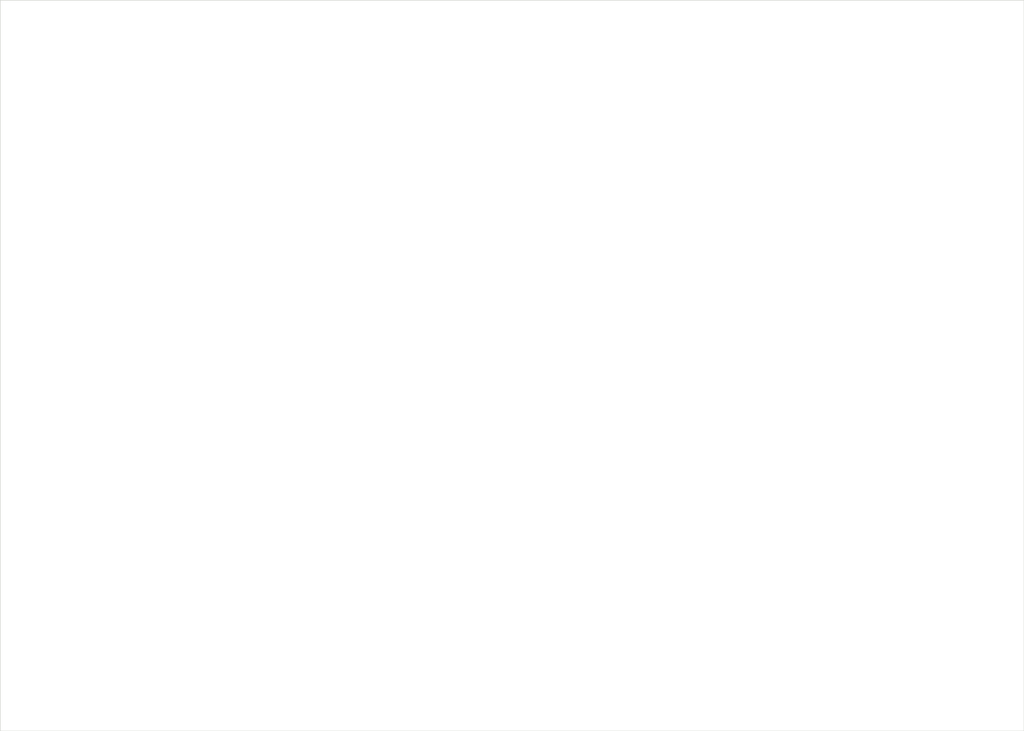
<source format=kicad_pcb>
(kicad_pcb (version 20171130) (host pcbnew "(5.1.0)-1")

  (general
    (thickness 1.6)
    (drawings 4)
    (tracks 0)
    (zones 0)
    (modules 0)
    (nets 1)
  )

  (page A4)
  (layers
    (0 F.Cu signal)
    (31 B.Cu signal)
    (32 B.Adhes user)
    (33 F.Adhes user)
    (34 B.Paste user)
    (35 F.Paste user)
    (36 B.SilkS user)
    (37 F.SilkS user)
    (38 B.Mask user)
    (39 F.Mask user)
    (40 Dwgs.User user)
    (41 Cmts.User user)
    (42 Eco1.User user)
    (43 Eco2.User user)
    (44 Edge.Cuts user)
    (45 Margin user)
    (46 B.CrtYd user)
    (47 F.CrtYd user)
    (48 B.Fab user)
    (49 F.Fab user)
  )

  (setup
    (last_trace_width 0.25)
    (trace_clearance 0.2)
    (zone_clearance 0.508)
    (zone_45_only no)
    (trace_min 0.2)
    (via_size 0.8)
    (via_drill 0.4)
    (via_min_size 0.4)
    (via_min_drill 0.3)
    (uvia_size 0.3)
    (uvia_drill 0.1)
    (uvias_allowed no)
    (uvia_min_size 0.2)
    (uvia_min_drill 0.1)
    (edge_width 0.05)
    (segment_width 0.2)
    (pcb_text_width 0.3)
    (pcb_text_size 1.5 1.5)
    (mod_edge_width 0.12)
    (mod_text_size 1 1)
    (mod_text_width 0.15)
    (pad_size 1.524 1.524)
    (pad_drill 0.762)
    (pad_to_mask_clearance 0.051)
    (solder_mask_min_width 0.25)
    (aux_axis_origin 0 0)
    (visible_elements FFFFFF7F)
    (pcbplotparams
      (layerselection 0x010fc_ffffffff)
      (usegerberextensions false)
      (usegerberattributes false)
      (usegerberadvancedattributes false)
      (creategerberjobfile false)
      (excludeedgelayer true)
      (linewidth 0.100000)
      (plotframeref false)
      (viasonmask false)
      (mode 1)
      (useauxorigin false)
      (hpglpennumber 1)
      (hpglpenspeed 20)
      (hpglpendiameter 15.000000)
      (psnegative false)
      (psa4output false)
      (plotreference true)
      (plotvalue true)
      (plotinvisibletext false)
      (padsonsilk false)
      (subtractmaskfromsilk false)
      (outputformat 1)
      (mirror false)
      (drillshape 1)
      (scaleselection 1)
      (outputdirectory ""))
  )

  (net 0 "")

  (net_class Default "This is the default net class."
    (clearance 0.2)
    (trace_width 0.25)
    (via_dia 0.8)
    (via_drill 0.4)
    (uvia_dia 0.3)
    (uvia_drill 0.1)
  )

  (gr_line (start 0 63.5) (end 0 0) (layer Edge.Cuts) (width 0.05))
  (gr_line (start 88.9 63.5) (end 0 63.5) (layer Edge.Cuts) (width 0.05))
  (gr_line (start 88.9 0) (end 88.9 63.5) (layer Edge.Cuts) (width 0.05))
  (gr_line (start 0 0) (end 88.9 0) (layer Edge.Cuts) (width 0.05))

)

</source>
